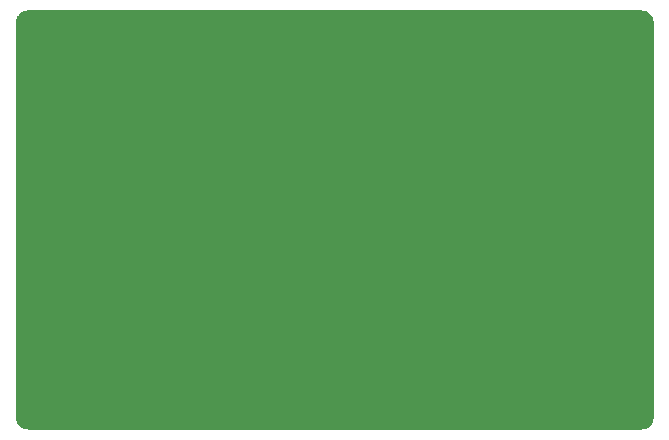
<source format=gbr>
%TF.GenerationSoftware,KiCad,Pcbnew,6.0.2-1.fc35*%
%TF.CreationDate,2022-04-20T21:27:13+02:00*%
%TF.ProjectId,mask,6d61736b-2e6b-4696-9361-645f70636258,rev?*%
%TF.SameCoordinates,Original*%
%TF.FileFunction,Copper,L1,Top*%
%TF.FilePolarity,Positive*%
%FSLAX46Y46*%
G04 Gerber Fmt 4.6, Leading zero omitted, Abs format (unit mm)*
G04 Created by KiCad (PCBNEW 6.0.2-1.fc35) date 2022-04-20 21:27:13*
%MOMM*%
%LPD*%
G01*
G04 APERTURE LIST*
G04 APERTURE END LIST*
%TA.AperFunction,NonConductor*%
G36*
X113260057Y-76379500D02*
G01*
X113274858Y-76381805D01*
X113274861Y-76381805D01*
X113283730Y-76383186D01*
X113296378Y-76381532D01*
X113323692Y-76380948D01*
X113402682Y-76387859D01*
X113451281Y-76392111D01*
X113472904Y-76395923D01*
X113585888Y-76426197D01*
X113618636Y-76434972D01*
X113639275Y-76442484D01*
X113776010Y-76506245D01*
X113795030Y-76517227D01*
X113918618Y-76603764D01*
X113935443Y-76617882D01*
X114042118Y-76724557D01*
X114056236Y-76741382D01*
X114142773Y-76864970D01*
X114153755Y-76883990D01*
X114217516Y-77020725D01*
X114225028Y-77041364D01*
X114264076Y-77187092D01*
X114267890Y-77208722D01*
X114278449Y-77329419D01*
X114277896Y-77345879D01*
X114278305Y-77345884D01*
X114278195Y-77354858D01*
X114276814Y-77363730D01*
X114277978Y-77372632D01*
X114277978Y-77372635D01*
X114280936Y-77395251D01*
X114282000Y-77411589D01*
X114282000Y-110820672D01*
X114280500Y-110840056D01*
X114276814Y-110863730D01*
X114278454Y-110876270D01*
X114278468Y-110876375D01*
X114279052Y-110903692D01*
X114267890Y-111031278D01*
X114264076Y-111052908D01*
X114225028Y-111198636D01*
X114217516Y-111219275D01*
X114153755Y-111356010D01*
X114142773Y-111375030D01*
X114056236Y-111498618D01*
X114042118Y-111515443D01*
X113935443Y-111622118D01*
X113918618Y-111636236D01*
X113795030Y-111722773D01*
X113776010Y-111733755D01*
X113639275Y-111797516D01*
X113618635Y-111805028D01*
X113472904Y-111844077D01*
X113451281Y-111847889D01*
X113407391Y-111851729D01*
X113330581Y-111858449D01*
X113314121Y-111857896D01*
X113314116Y-111858305D01*
X113305142Y-111858195D01*
X113296270Y-111856814D01*
X113287368Y-111857978D01*
X113287365Y-111857978D01*
X113264749Y-111860936D01*
X113248411Y-111862000D01*
X61339328Y-111862000D01*
X61319943Y-111860500D01*
X61305142Y-111858195D01*
X61305139Y-111858195D01*
X61296270Y-111856814D01*
X61283622Y-111858468D01*
X61256308Y-111859052D01*
X61177318Y-111852141D01*
X61128719Y-111847889D01*
X61107096Y-111844077D01*
X60961365Y-111805028D01*
X60940725Y-111797516D01*
X60803990Y-111733755D01*
X60784970Y-111722773D01*
X60661382Y-111636236D01*
X60644557Y-111622118D01*
X60537882Y-111515443D01*
X60523764Y-111498618D01*
X60437227Y-111375030D01*
X60426245Y-111356010D01*
X60362484Y-111219275D01*
X60354972Y-111198636D01*
X60315924Y-111052908D01*
X60312110Y-111031278D01*
X60301551Y-110910581D01*
X60302104Y-110894121D01*
X60301695Y-110894116D01*
X60301805Y-110885142D01*
X60303186Y-110876270D01*
X60301547Y-110863730D01*
X60299064Y-110844749D01*
X60298000Y-110828411D01*
X60298000Y-77419328D01*
X60299500Y-77399943D01*
X60301805Y-77385142D01*
X60301805Y-77385139D01*
X60303186Y-77376270D01*
X60301532Y-77363622D01*
X60300948Y-77336308D01*
X60312110Y-77208722D01*
X60315924Y-77187092D01*
X60354972Y-77041364D01*
X60362484Y-77020725D01*
X60426245Y-76883990D01*
X60437227Y-76864970D01*
X60523764Y-76741382D01*
X60537882Y-76724557D01*
X60644557Y-76617882D01*
X60661382Y-76603764D01*
X60784970Y-76517227D01*
X60803990Y-76506245D01*
X60940725Y-76442484D01*
X60961364Y-76434972D01*
X60994112Y-76426197D01*
X61107096Y-76395923D01*
X61128719Y-76392111D01*
X61172609Y-76388271D01*
X61249419Y-76381551D01*
X61265879Y-76382104D01*
X61265884Y-76381695D01*
X61274858Y-76381805D01*
X61283730Y-76383186D01*
X61292632Y-76382022D01*
X61292635Y-76382022D01*
X61315251Y-76379064D01*
X61331589Y-76378000D01*
X113240672Y-76378000D01*
X113260057Y-76379500D01*
G37*
%TD.AperFunction*%
M02*

</source>
